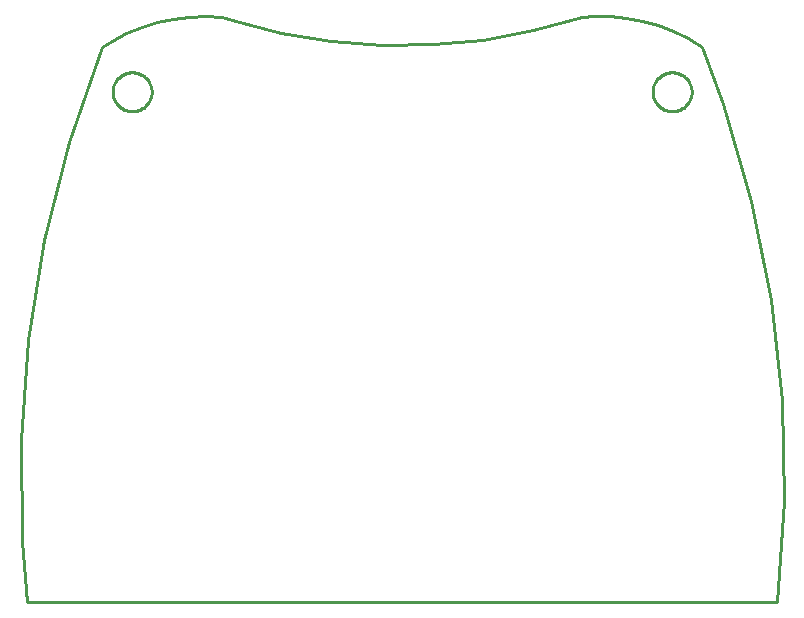
<source format=gbr>
G04 EAGLE Gerber RS-274X export*
G75*
%MOMM*%
%FSLAX34Y34*%
%LPD*%
%IN*%
%IPPOS*%
%AMOC8*
5,1,8,0,0,1.08239X$1,22.5*%
G01*
%ADD10C,0.254000*%


D10*
X-317500Y0D02*
X317500Y0D01*
X323172Y85306D01*
X321387Y170783D01*
X312160Y255778D01*
X295560Y339646D01*
X271713Y421747D01*
X254000Y469900D01*
X242097Y476992D01*
X229621Y483019D01*
X216667Y487937D01*
X203334Y491706D01*
X189723Y494299D01*
X175938Y495696D01*
X162083Y495886D01*
X152400Y495300D01*
X110941Y483802D01*
X68637Y475962D01*
X25811Y471838D01*
X-17212Y471463D01*
X-60103Y474838D01*
X-102537Y481939D01*
X-144191Y492712D01*
X-152400Y495300D01*
X-166240Y495956D01*
X-180084Y495404D01*
X-193828Y493647D01*
X-207366Y490698D01*
X-220595Y486581D01*
X-233416Y481327D01*
X-245730Y474975D01*
X-254000Y469900D01*
X-282111Y389159D01*
X-303078Y306275D01*
X-316741Y221879D01*
X-322996Y136613D01*
X-321797Y51127D01*
X-317500Y0D01*
X-212090Y431260D02*
X-212161Y430181D01*
X-212302Y429109D01*
X-212513Y428049D01*
X-212792Y427005D01*
X-213140Y425981D01*
X-213554Y424983D01*
X-214032Y424013D01*
X-214572Y423077D01*
X-215173Y422178D01*
X-215831Y421321D01*
X-216544Y420508D01*
X-217308Y419744D01*
X-218121Y419031D01*
X-218978Y418373D01*
X-219877Y417772D01*
X-220813Y417232D01*
X-221783Y416754D01*
X-222781Y416340D01*
X-223805Y415992D01*
X-224849Y415713D01*
X-225909Y415502D01*
X-226981Y415361D01*
X-228060Y415290D01*
X-229140Y415290D01*
X-230219Y415361D01*
X-231291Y415502D01*
X-232351Y415713D01*
X-233395Y415992D01*
X-234419Y416340D01*
X-235417Y416754D01*
X-236387Y417232D01*
X-237323Y417772D01*
X-238222Y418373D01*
X-239079Y419031D01*
X-239892Y419744D01*
X-240657Y420508D01*
X-241369Y421321D01*
X-242027Y422178D01*
X-242628Y423077D01*
X-243168Y424013D01*
X-243646Y424983D01*
X-244060Y425981D01*
X-244408Y427005D01*
X-244687Y428049D01*
X-244898Y429109D01*
X-245039Y430181D01*
X-245110Y431260D01*
X-245110Y432340D01*
X-245039Y433419D01*
X-244898Y434491D01*
X-244687Y435551D01*
X-244408Y436595D01*
X-244060Y437619D01*
X-243646Y438617D01*
X-243168Y439587D01*
X-242628Y440523D01*
X-242027Y441422D01*
X-241369Y442279D01*
X-240657Y443092D01*
X-239892Y443857D01*
X-239079Y444569D01*
X-238222Y445227D01*
X-237323Y445828D01*
X-236387Y446368D01*
X-235417Y446846D01*
X-234419Y447260D01*
X-233395Y447608D01*
X-232351Y447887D01*
X-231291Y448098D01*
X-230219Y448239D01*
X-229140Y448310D01*
X-228060Y448310D01*
X-226981Y448239D01*
X-225909Y448098D01*
X-224849Y447887D01*
X-223805Y447608D01*
X-222781Y447260D01*
X-221783Y446846D01*
X-220813Y446368D01*
X-219877Y445828D01*
X-218978Y445227D01*
X-218121Y444569D01*
X-217308Y443857D01*
X-216544Y443092D01*
X-215831Y442279D01*
X-215173Y441422D01*
X-214572Y440523D01*
X-214032Y439587D01*
X-213554Y438617D01*
X-213140Y437619D01*
X-212792Y436595D01*
X-212513Y435551D01*
X-212302Y434491D01*
X-212161Y433419D01*
X-212090Y432340D01*
X-212090Y431260D01*
X245110Y431260D02*
X245039Y430181D01*
X244898Y429109D01*
X244687Y428049D01*
X244408Y427005D01*
X244060Y425981D01*
X243646Y424983D01*
X243168Y424013D01*
X242628Y423077D01*
X242027Y422178D01*
X241369Y421321D01*
X240657Y420508D01*
X239892Y419744D01*
X239079Y419031D01*
X238222Y418373D01*
X237323Y417772D01*
X236387Y417232D01*
X235417Y416754D01*
X234419Y416340D01*
X233395Y415992D01*
X232351Y415713D01*
X231291Y415502D01*
X230219Y415361D01*
X229140Y415290D01*
X228060Y415290D01*
X226981Y415361D01*
X225909Y415502D01*
X224849Y415713D01*
X223805Y415992D01*
X222781Y416340D01*
X221783Y416754D01*
X220813Y417232D01*
X219877Y417772D01*
X218978Y418373D01*
X218121Y419031D01*
X217308Y419744D01*
X216544Y420508D01*
X215831Y421321D01*
X215173Y422178D01*
X214572Y423077D01*
X214032Y424013D01*
X213554Y424983D01*
X213140Y425981D01*
X212792Y427005D01*
X212513Y428049D01*
X212302Y429109D01*
X212161Y430181D01*
X212090Y431260D01*
X212090Y432340D01*
X212161Y433419D01*
X212302Y434491D01*
X212513Y435551D01*
X212792Y436595D01*
X213140Y437619D01*
X213554Y438617D01*
X214032Y439587D01*
X214572Y440523D01*
X215173Y441422D01*
X215831Y442279D01*
X216544Y443092D01*
X217308Y443857D01*
X218121Y444569D01*
X218978Y445227D01*
X219877Y445828D01*
X220813Y446368D01*
X221783Y446846D01*
X222781Y447260D01*
X223805Y447608D01*
X224849Y447887D01*
X225909Y448098D01*
X226981Y448239D01*
X228060Y448310D01*
X229140Y448310D01*
X230219Y448239D01*
X231291Y448098D01*
X232351Y447887D01*
X233395Y447608D01*
X234419Y447260D01*
X235417Y446846D01*
X236387Y446368D01*
X237323Y445828D01*
X238222Y445227D01*
X239079Y444569D01*
X239892Y443857D01*
X240657Y443092D01*
X241369Y442279D01*
X242027Y441422D01*
X242628Y440523D01*
X243168Y439587D01*
X243646Y438617D01*
X244060Y437619D01*
X244408Y436595D01*
X244687Y435551D01*
X244898Y434491D01*
X245039Y433419D01*
X245110Y432340D01*
X245110Y431260D01*
M02*

</source>
